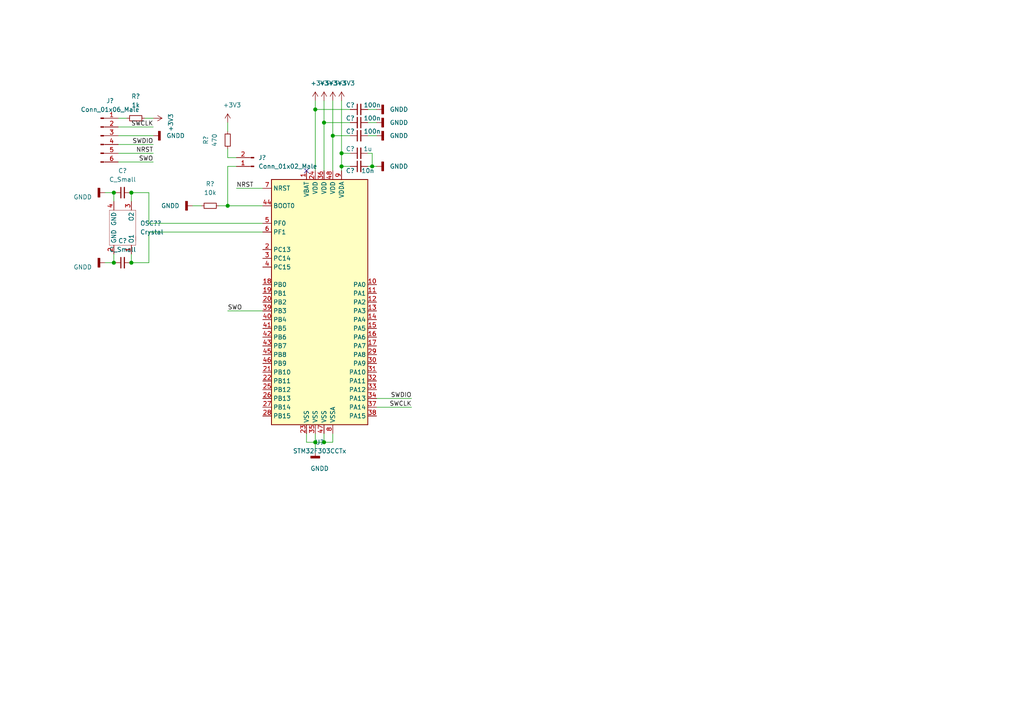
<source format=kicad_sch>
(kicad_sch (version 20210126) (generator eeschema)
  (paper "A4")
  (lib_symbols
    (symbol "Connector:Conn_01x02_Male" (pin_names (offset 1.016) hide)
      (property "Reference" "J" (at 0 2.54 0))
      (property "Value" "Conn_01x02_Male" (at 0 -5.08 0))
      (symbol "Conn_01x02_Male_1_1"
        (rectangle (start 0.8636 -2.413) (end 0 -2.667) (stroke (width 0.1524)) (fill (type outline)))
        (rectangle (start 0.8636 0.127) (end 0 -0.127) (stroke (width 0.1524)) (fill (type outline)))
        (polyline (pts (xy 1.27 -2.54) (xy 0.8636 -2.54)) (stroke (width 0.1524)))
        (polyline (pts (xy 1.27 0) (xy 0.8636 0)) (stroke (width 0.1524)))
        (pin passive line (at 5.08 0 180) (length 3.81) (name "Pin_1") (number "1"))
        (pin passive line (at 5.08 -2.54 180) (length 3.81) (name "Pin_2") (number "2"))
      )
    )
    (symbol "Connector:Conn_01x06_Male" (pin_names (offset 1.016) hide)
      (property "Reference" "J" (at 0 7.62 0))
      (property "Value" "Conn_01x06_Male" (at 0 -10.16 0))
      (symbol "Conn_01x06_Male_1_1"
        (rectangle (start 0.8636 -7.493) (end 0 -7.747) (stroke (width 0.1524)) (fill (type outline)))
        (rectangle (start 0.8636 -4.953) (end 0 -5.207) (stroke (width 0.1524)) (fill (type outline)))
        (rectangle (start 0.8636 -2.413) (end 0 -2.667) (stroke (width 0.1524)) (fill (type outline)))
        (rectangle (start 0.8636 0.127) (end 0 -0.127) (stroke (width 0.1524)) (fill (type outline)))
        (rectangle (start 0.8636 2.667) (end 0 2.413) (stroke (width 0.1524)) (fill (type outline)))
        (rectangle (start 0.8636 5.207) (end 0 4.953) (stroke (width 0.1524)) (fill (type outline)))
        (polyline (pts (xy 1.27 -7.62) (xy 0.8636 -7.62)) (stroke (width 0.1524)))
        (polyline (pts (xy 1.27 -5.08) (xy 0.8636 -5.08)) (stroke (width 0.1524)))
        (polyline (pts (xy 1.27 -2.54) (xy 0.8636 -2.54)) (stroke (width 0.1524)))
        (polyline (pts (xy 1.27 0) (xy 0.8636 0)) (stroke (width 0.1524)))
        (polyline (pts (xy 1.27 2.54) (xy 0.8636 2.54)) (stroke (width 0.1524)))
        (polyline (pts (xy 1.27 5.08) (xy 0.8636 5.08)) (stroke (width 0.1524)))
        (pin passive line (at 5.08 5.08 180) (length 3.81) (name "Pin_1") (number "1"))
        (pin passive line (at 5.08 2.54 180) (length 3.81) (name "Pin_2") (number "2"))
        (pin passive line (at 5.08 0 180) (length 3.81) (name "Pin_3") (number "3"))
        (pin passive line (at 5.08 -2.54 180) (length 3.81) (name "Pin_4") (number "4"))
        (pin passive line (at 5.08 -5.08 180) (length 3.81) (name "Pin_5") (number "5"))
        (pin passive line (at 5.08 -7.62 180) (length 3.81) (name "Pin_6") (number "6"))
      )
    )
    (symbol "Device:C_Small" (pin_numbers hide) (pin_names (offset 0.254) hide)
      (property "Reference" "C" (at 0.254 1.778 0))
      (property "Value" "C_Small" (at 0.254 -2.032 0))
      (symbol "C_Small_0_1"
        (polyline (pts (xy -1.524 -0.508) (xy 1.524 -0.508)) (stroke (width 0.3302)))
        (polyline (pts (xy -1.524 0.508) (xy 1.524 0.508)) (stroke (width 0.3048)))
      )
      (symbol "C_Small_1_1"
        (pin passive line (at 0 2.54 270) (length 2.032) (name "~") (number "1"))
        (pin passive line (at 0 -2.54 90) (length 2.032) (name "~") (number "2"))
      )
    )
    (symbol "Device:R_Small" (pin_numbers hide) (pin_names (offset 0.254) hide)
      (property "Reference" "R" (at 0.762 0.508 0))
      (property "Value" "R_Small" (at 0.762 -1.016 0))
      (symbol "R_Small_0_1"
        (rectangle (start -0.762 1.778) (end 0.762 -1.778) (stroke (width 0.2032)))
      )
      (symbol "R_Small_1_1"
        (pin passive line (at 0 2.54 270) (length 0.762) (name "~") (number "1"))
        (pin passive line (at 0 -2.54 90) (length 0.762) (name "~") (number "2"))
      )
    )
    (symbol "MCU_ST_STM32F3:STM32F303CCTx"
      (property "Reference" "U" (at -15.24 36.83 0))
      (property "Value" "STM32F303CCTx" (at 7.62 36.83 0))
      (symbol "STM32F303CCTx_0_1"
        (rectangle (start -15.24 -35.56) (end 12.7 35.56) (stroke (width 0.254)) (fill (type background)))
      )
      (symbol "STM32F303CCTx_1_1"
        (pin input line (at -17.78 27.94 0) (length 2.54) (name "BOOT0") (number "44"))
        (pin input line (at -17.78 33.02 0) (length 2.54) (name "NRST") (number "7"))
        (pin bidirectional line (at 15.24 5.08 180) (length 2.54) (name "PA0") (number "10"))
        (pin bidirectional line (at 15.24 2.54 180) (length 2.54) (name "PA1") (number "11"))
        (pin bidirectional line (at 15.24 -20.32 180) (length 2.54) (name "PA10") (number "31"))
        (pin bidirectional line (at 15.24 -22.86 180) (length 2.54) (name "PA11") (number "32"))
        (pin bidirectional line (at 15.24 -25.4 180) (length 2.54) (name "PA12") (number "33"))
        (pin bidirectional line (at 15.24 -27.94 180) (length 2.54) (name "PA13") (number "34"))
        (pin bidirectional line (at 15.24 -30.48 180) (length 2.54) (name "PA14") (number "37"))
        (pin bidirectional line (at 15.24 -33.02 180) (length 2.54) (name "PA15") (number "38"))
        (pin bidirectional line (at 15.24 0 180) (length 2.54) (name "PA2") (number "12"))
        (pin bidirectional line (at 15.24 -2.54 180) (length 2.54) (name "PA3") (number "13"))
        (pin bidirectional line (at 15.24 -5.08 180) (length 2.54) (name "PA4") (number "14"))
        (pin bidirectional line (at 15.24 -7.62 180) (length 2.54) (name "PA5") (number "15"))
        (pin bidirectional line (at 15.24 -10.16 180) (length 2.54) (name "PA6") (number "16"))
        (pin bidirectional line (at 15.24 -12.7 180) (length 2.54) (name "PA7") (number "17"))
        (pin bidirectional line (at 15.24 -15.24 180) (length 2.54) (name "PA8") (number "29"))
        (pin bidirectional line (at 15.24 -17.78 180) (length 2.54) (name "PA9") (number "30"))
        (pin bidirectional line (at -17.78 5.08 0) (length 2.54) (name "PB0") (number "18"))
        (pin bidirectional line (at -17.78 2.54 0) (length 2.54) (name "PB1") (number "19"))
        (pin bidirectional line (at -17.78 -20.32 0) (length 2.54) (name "PB10") (number "21"))
        (pin bidirectional line (at -17.78 -22.86 0) (length 2.54) (name "PB11") (number "22"))
        (pin bidirectional line (at -17.78 -25.4 0) (length 2.54) (name "PB12") (number "25"))
        (pin bidirectional line (at -17.78 -27.94 0) (length 2.54) (name "PB13") (number "26"))
        (pin bidirectional line (at -17.78 -30.48 0) (length 2.54) (name "PB14") (number "27"))
        (pin bidirectional line (at -17.78 -33.02 0) (length 2.54) (name "PB15") (number "28"))
        (pin bidirectional line (at -17.78 0 0) (length 2.54) (name "PB2") (number "20"))
        (pin bidirectional line (at -17.78 -2.54 0) (length 2.54) (name "PB3") (number "39"))
        (pin bidirectional line (at -17.78 -5.08 0) (length 2.54) (name "PB4") (number "40"))
        (pin bidirectional line (at -17.78 -7.62 0) (length 2.54) (name "PB5") (number "41"))
        (pin bidirectional line (at -17.78 -10.16 0) (length 2.54) (name "PB6") (number "42"))
        (pin bidirectional line (at -17.78 -12.7 0) (length 2.54) (name "PB7") (number "43"))
        (pin bidirectional line (at -17.78 -15.24 0) (length 2.54) (name "PB8") (number "45"))
        (pin bidirectional line (at -17.78 -17.78 0) (length 2.54) (name "PB9") (number "46"))
        (pin bidirectional line (at -17.78 15.24 0) (length 2.54) (name "PC13") (number "2"))
        (pin bidirectional line (at -17.78 12.7 0) (length 2.54) (name "PC14") (number "3"))
        (pin bidirectional line (at -17.78 10.16 0) (length 2.54) (name "PC15") (number "4"))
        (pin input line (at -17.78 22.86 0) (length 2.54) (name "PF0") (number "5"))
        (pin input line (at -17.78 20.32 0) (length 2.54) (name "PF1") (number "6"))
        (pin power_in line (at -5.08 38.1 270) (length 2.54) (name "VBAT") (number "1"))
        (pin power_in line (at -2.54 38.1 270) (length 2.54) (name "VDD") (number "24"))
        (pin power_in line (at 0 38.1 270) (length 2.54) (name "VDD") (number "36"))
        (pin power_in line (at 2.54 38.1 270) (length 2.54) (name "VDD") (number "48"))
        (pin power_in line (at 5.08 38.1 270) (length 2.54) (name "VDDA") (number "9"))
        (pin power_in line (at -5.08 -38.1 90) (length 2.54) (name "VSS") (number "23"))
        (pin power_in line (at -2.54 -38.1 90) (length 2.54) (name "VSS") (number "35"))
        (pin power_in line (at 0 -38.1 90) (length 2.54) (name "VSS") (number "47"))
        (pin power_in line (at 2.54 -38.1 90) (length 2.54) (name "VSSA") (number "8"))
      )
    )
    (symbol "nx2016sa:Crystal"
      (property "Reference" "OSC?" (at 0 7.62 0))
      (property "Value" "Crystal" (at 0 5.08 0))
      (symbol "Crystal_0_1"
        (rectangle (start -5.08 3.81) (end -5.08 -3.81) (stroke (width 0.0006)))
        (rectangle (start -3.81 -3.81) (end 3.81 -3.81) (stroke (width 0.0006)))
        (rectangle (start 5.08 -3.81) (end 5.08 3.81) (stroke (width 0.0006)))
        (rectangle (start 3.81 3.81) (end -3.81 3.81) (stroke (width 0.0006)))
        (rectangle (start 3.81 3.81) (end 5.08 3.81) (stroke (width 0.0006)))
        (rectangle (start 5.08 -3.81) (end 3.81 -3.81) (stroke (width 0.0006)))
        (rectangle (start -2.54 -3.81) (end -5.08 -3.81) (stroke (width 0.0006)))
        (rectangle (start -3.81 3.81) (end -5.08 3.81) (stroke (width 0.0006)))
      )
      (symbol "Crystal_1_1"
        (pin passive line (at -7.62 -2.54 0) (length 2.54) (name "O1") (number "1"))
        (pin passive line (at -7.62 2.54 0) (length 2.54) (name "GND") (number "2"))
        (pin passive line (at 7.62 -2.54 180) (length 2.54) (name "O2") (number "3"))
        (pin passive line (at 7.62 2.54 180) (length 2.54) (name "GND") (number "4"))
      )
    )
    (symbol "power:+3.3V" (power) (pin_names (offset 0))
      (property "Value" "+3.3V" (at 0 3.556 0))
      (symbol "+3.3V_0_1"
        (polyline (pts (xy -0.762 1.27) (xy 0 2.54)))
        (polyline (pts (xy 0 0) (xy 0 2.54)))
        (polyline (pts (xy 0 2.54) (xy 0.762 1.27)))
      )
      (symbol "+3.3V_1_1"
        (pin power_in line (at 0 0 90) (length 0) hide (name "+3V3") (number "1"))
      )
    )
    (symbol "power:GNDD" (power) (pin_names (offset 0))
      (property "Value" "GNDD" (at 0 -3.175 0))
      (symbol "GNDD_0_1"
        (rectangle (start -1.27 -1.524) (end 1.27 -2.032) (stroke (width 0.254)) (fill (type outline)))
        (polyline (pts (xy 0 0) (xy 0 -1.524)))
      )
      (symbol "GNDD_1_1"
        (pin power_in line (at 0 0 270) (length 0) hide (name "GNDD") (number "1"))
      )
    )
  )
  (junction (at 33.02 55.88) (diameter 1.016))
  (junction (at 33.02 76.2) (diameter 1.016))
  (junction (at 38.1 55.88) (diameter 1.016))
  (junction (at 38.1 76.2) (diameter 1.016))
  (junction (at 66.04 59.69) (diameter 1.016))
  (junction (at 91.44 31.75) (diameter 1.016))
  (junction (at 91.44 128.27) (diameter 1.016))
  (junction (at 93.98 35.56) (diameter 1.016))
  (junction (at 93.98 128.27) (diameter 1.016))
  (junction (at 96.52 39.37) (diameter 1.016))
  (junction (at 99.06 44.45) (diameter 1.016))
  (junction (at 99.06 48.26) (diameter 1.016))
  (junction (at 107.95 48.26) (diameter 1.016))
  (no_connect (at 88.9 49.53))
  (wire (pts (xy 30.48 55.88) (xy 33.02 55.88)))
  (wire (pts (xy 30.48 76.2) (xy 33.02 76.2)))
  (wire (pts (xy 33.02 55.88) (xy 33.02 58.42)))
  (wire (pts (xy 33.02 73.66) (xy 33.02 76.2)))
  (wire (pts (xy 34.29 34.29) (xy 36.83 34.29)))
  (wire (pts (xy 34.29 36.83) (xy 44.45 36.83)))
  (wire (pts (xy 34.29 39.37) (xy 44.45 39.37)))
  (wire (pts (xy 34.29 41.91) (xy 44.45 41.91)))
  (wire (pts (xy 34.29 44.45) (xy 44.45 44.45)))
  (wire (pts (xy 34.29 46.99) (xy 44.45 46.99)))
  (wire (pts (xy 38.1 55.88) (xy 38.1 58.42)))
  (wire (pts (xy 38.1 55.88) (xy 43.18 55.88)))
  (wire (pts (xy 38.1 73.66) (xy 38.1 76.2)))
  (wire (pts (xy 38.1 76.2) (xy 43.18 76.2)))
  (wire (pts (xy 41.91 34.29) (xy 44.45 34.29)))
  (wire (pts (xy 43.18 64.77) (xy 43.18 55.88)))
  (wire (pts (xy 43.18 64.77) (xy 76.2 64.77)))
  (wire (pts (xy 43.18 67.31) (xy 43.18 76.2)))
  (wire (pts (xy 43.18 67.31) (xy 76.2 67.31)))
  (wire (pts (xy 55.88 59.69) (xy 58.42 59.69)))
  (wire (pts (xy 63.5 59.69) (xy 66.04 59.69)))
  (wire (pts (xy 66.04 35.56) (xy 66.04 38.1)))
  (wire (pts (xy 66.04 43.18) (xy 66.04 45.72)))
  (wire (pts (xy 66.04 45.72) (xy 68.58 45.72)))
  (wire (pts (xy 66.04 48.26) (xy 66.04 59.69)))
  (wire (pts (xy 66.04 59.69) (xy 76.2 59.69)))
  (wire (pts (xy 66.04 90.17) (xy 76.2 90.17)))
  (wire (pts (xy 68.58 48.26) (xy 66.04 48.26)))
  (wire (pts (xy 68.58 54.61) (xy 76.2 54.61)))
  (wire (pts (xy 88.9 125.73) (xy 88.9 128.27)))
  (wire (pts (xy 88.9 128.27) (xy 91.44 128.27)))
  (wire (pts (xy 91.44 29.21) (xy 91.44 31.75)))
  (wire (pts (xy 91.44 31.75) (xy 91.44 49.53)))
  (wire (pts (xy 91.44 125.73) (xy 91.44 128.27)))
  (wire (pts (xy 91.44 128.27) (xy 91.44 130.81)))
  (wire (pts (xy 91.44 128.27) (xy 93.98 128.27)))
  (wire (pts (xy 93.98 29.21) (xy 93.98 35.56)))
  (wire (pts (xy 93.98 35.56) (xy 93.98 49.53)))
  (wire (pts (xy 93.98 125.73) (xy 93.98 128.27)))
  (wire (pts (xy 93.98 128.27) (xy 96.52 128.27)))
  (wire (pts (xy 96.52 29.21) (xy 96.52 39.37)))
  (wire (pts (xy 96.52 39.37) (xy 96.52 49.53)))
  (wire (pts (xy 96.52 125.73) (xy 96.52 128.27)))
  (wire (pts (xy 99.06 29.21) (xy 99.06 44.45)))
  (wire (pts (xy 99.06 44.45) (xy 99.06 48.26)))
  (wire (pts (xy 99.06 48.26) (xy 99.06 49.53)))
  (wire (pts (xy 99.06 48.26) (xy 101.6 48.26)))
  (wire (pts (xy 101.6 31.75) (xy 91.44 31.75)))
  (wire (pts (xy 101.6 35.56) (xy 93.98 35.56)))
  (wire (pts (xy 101.6 39.37) (xy 96.52 39.37)))
  (wire (pts (xy 101.6 44.45) (xy 99.06 44.45)))
  (wire (pts (xy 106.68 31.75) (xy 109.22 31.75)))
  (wire (pts (xy 106.68 35.56) (xy 109.22 35.56)))
  (wire (pts (xy 106.68 39.37) (xy 109.22 39.37)))
  (wire (pts (xy 106.68 44.45) (xy 107.95 44.45)))
  (wire (pts (xy 107.95 44.45) (xy 107.95 48.26)))
  (wire (pts (xy 107.95 48.26) (xy 106.68 48.26)))
  (wire (pts (xy 107.95 48.26) (xy 109.22 48.26)))
  (wire (pts (xy 109.22 115.57) (xy 119.38 115.57)))
  (wire (pts (xy 109.22 118.11) (xy 119.38 118.11)))
  (label "SWCLK" (at 44.45 36.83 180))
  (label "SWDIO" (at 44.45 41.91 180))
  (label "NRST" (at 44.45 44.45 180))
  (label "SWO" (at 44.45 46.99 180))
  (label "SWO" (at 66.04 90.17 0))
  (label "NRST" (at 68.58 54.61 0))
  (label "SWDIO" (at 119.38 115.57 180))
  (label "SWCLK" (at 119.38 118.11 180))
  (symbol (lib_id "power:+3.3V") (at 44.45 34.29 270) (unit 1)
    (property "Reference" "#PWR?" (effects hide))
    (property "Value" "+3.3V" (at 49.53 35.56 0))
  )
  (symbol (lib_id "power:+3.3V") (at 66.04 35.56 0) (unit 1)
    (property "Reference" "#PWR?" (effects hide))
    (property "Value" "+3.3V" (at 67.31 30.48 0))
  )
  (symbol (lib_id "power:+3.3V") (at 91.44 29.21 0) (unit 1)
    (property "Reference" "#PWR?" (effects hide))
    (property "Value" "+3.3V" (at 92.71 24.13 0))
  )
  (symbol (lib_id "power:+3.3V") (at 93.98 29.21 0) (unit 1)
    (property "Reference" "#PWR?" (effects hide))
    (property "Value" "+3.3V" (at 95.25 24.13 0))
  )
  (symbol (lib_id "power:+3.3V") (at 96.52 29.21 0) (unit 1)
    (property "Reference" "#PWR?" (effects hide))
    (property "Value" "+3.3V" (at 97.79 24.13 0))
  )
  (symbol (lib_id "power:+3.3V") (at 99.06 29.21 0) (unit 1)
    (property "Reference" "#PWR?" (effects hide))
    (property "Value" "+3.3V" (at 100.33 24.13 0))
  )
  (symbol (lib_id "power:GNDD") (at 30.48 55.88 270) (unit 1)
    (property "Reference" "#PWR?" (effects hide))
    (property "Value" "GNDD" (at 26.67 57.15 90) (effects (justify right)))
  )
  (symbol (lib_id "power:GNDD") (at 30.48 76.2 270) (unit 1)
    (property "Reference" "#PWR?" (effects hide))
    (property "Value" "GNDD" (at 26.67 77.47 90) (effects (justify right)))
  )
  (symbol (lib_id "power:GNDD") (at 44.45 39.37 90) (unit 1)
    (property "Reference" "#PWR?" (effects hide))
    (property "Value" "GNDD" (at 48.26 39.37 90) (effects (justify right)))
  )
  (symbol (lib_id "power:GNDD") (at 55.88 59.69 270) (unit 1)
    (property "Reference" "#PWR?" (effects hide))
    (property "Value" "GNDD" (at 52.07 59.69 90) (effects (justify right)))
  )
  (symbol (lib_id "power:GNDD") (at 91.44 130.81 0) (unit 1)
    (property "Reference" "#PWR?" (effects hide))
    (property "Value" "GNDD" (at 92.71 135.89 0))
  )
  (symbol (lib_id "power:GNDD") (at 109.22 31.75 90) (unit 1)
    (property "Reference" "#PWR?" (effects hide))
    (property "Value" "GNDD" (at 113.03 31.75 90) (effects (justify right)))
  )
  (symbol (lib_id "power:GNDD") (at 109.22 35.56 90) (unit 1)
    (property "Reference" "#PWR?" (effects hide))
    (property "Value" "GNDD" (at 113.03 35.56 90) (effects (justify right)))
  )
  (symbol (lib_id "power:GNDD") (at 109.22 39.37 90) (unit 1)
    (property "Reference" "#PWR?" (effects hide))
    (property "Value" "GNDD" (at 113.03 39.37 90) (effects (justify right)))
  )
  (symbol (lib_id "power:GNDD") (at 109.22 48.26 90) (unit 1)
    (property "Reference" "#PWR?" (effects hide))
    (property "Value" "GNDD" (at 113.03 48.26 90) (effects (justify right)))
  )
  (symbol (lib_id "Device:R_Small") (at 39.37 34.29 90) (unit 1)
    (property "Reference" "R?" (at 39.37 27.94 90))
    (property "Value" "1k" (at 39.37 30.48 90))
    (property "Footprint" "Resistor_SMD:R_0603_1608Metric_Pad0.98x0.95mm_HandSolder" (effects hide))
  )
  (symbol (lib_id "Device:R_Small") (at 60.96 59.69 90) (unit 1)
    (property "Reference" "R?" (at 60.96 53.34 90))
    (property "Value" "10k" (at 60.96 55.88 90))
    (property "Footprint" "Resistor_SMD:R_0603_1608Metric_Pad0.98x0.95mm_HandSolder" (effects hide))
  )
  (symbol (lib_id "Device:R_Small") (at 66.04 40.64 180) (unit 1)
    (property "Reference" "R?" (at 59.69 40.64 90))
    (property "Value" "470" (at 62.23 40.64 90))
    (property "Footprint" "Resistor_SMD:R_0603_1608Metric_Pad0.98x0.95mm_HandSolder" (effects hide))
  )
  (symbol (lib_id "Device:C_Small") (at 35.56 55.88 90) (unit 1)
    (property "Reference" "C?" (at 35.56 49.53 90))
    (property "Value" "C_Small" (at 35.56 52.07 90))
    (property "Footprint" "Capacitor_SMD:C_0603_1608Metric_Pad1.08x0.95mm_HandSolder" (effects hide))
  )
  (symbol (lib_id "Device:C_Small") (at 35.56 76.2 90) (unit 1)
    (property "Reference" "C?" (at 35.56 69.85 90))
    (property "Value" "C_Small" (at 35.56 72.39 90))
    (property "Footprint" "Capacitor_SMD:C_0603_1608Metric_Pad1.08x0.95mm_HandSolder" (effects hide))
  )
  (symbol (lib_id "Device:C_Small") (at 104.14 31.75 90) (unit 1)
    (property "Reference" "C?" (at 101.6 30.48 90))
    (property "Value" "100n" (at 107.95 30.48 90))
    (property "Footprint" "Capacitor_SMD:C_0603_1608Metric_Pad1.08x0.95mm_HandSolder" (effects hide))
  )
  (symbol (lib_id "Device:C_Small") (at 104.14 35.56 270) (unit 1)
    (property "Reference" "C?" (at 101.6 34.29 90))
    (property "Value" "100n" (at 107.95 34.29 90))
    (property "Footprint" "Capacitor_SMD:C_0603_1608Metric_Pad1.08x0.95mm_HandSolder" (effects hide))
  )
  (symbol (lib_id "Device:C_Small") (at 104.14 39.37 90) (unit 1)
    (property "Reference" "C?" (at 101.6 38.1 90))
    (property "Value" "100n" (at 107.95 38.1 90))
    (property "Footprint" "Capacitor_SMD:C_0603_1608Metric_Pad1.08x0.95mm_HandSolder" (effects hide))
  )
  (symbol (lib_id "Device:C_Small") (at 104.14 44.45 90) (unit 1)
    (property "Reference" "C?" (at 101.6 43.18 90))
    (property "Value" "1u" (at 106.68 43.18 90))
    (property "Footprint" "Capacitor_SMD:C_0603_1608Metric_Pad1.08x0.95mm_HandSolder" (effects hide))
  )
  (symbol (lib_id "Device:C_Small") (at 104.14 48.26 90) (unit 1)
    (property "Reference" "C?" (at 101.6 49.53 90))
    (property "Value" "10n" (at 106.68 49.53 90))
    (property "Footprint" "Capacitor_SMD:C_0603_1608Metric_Pad1.08x0.95mm_HandSolder" (effects hide))
  )
  (symbol (lib_id "Connector:Conn_01x02_Male") (at 73.66 48.26 180) (unit 1)
    (property "Reference" "J?" (at 74.93 45.72 0) (effects (justify right)))
    (property "Value" "Conn_01x02_Male" (at 74.93 48.26 0) (effects (justify right)))
  )
  (symbol (lib_id "Connector:Conn_01x06_Male") (at 29.21 39.37 0) (unit 1)
    (property "Reference" "J?" (at 31.9259 29.2374 0))
    (property "Value" "Conn_01x06_Male" (at 31.9259 31.7774 0))
  )
  (symbol (lib_id "nx2016sa:Crystal") (at 35.56 66.04 90) (unit 1)
    (property "Reference" "OSC??" (at 40.64 64.77 90) (effects (justify right)))
    (property "Value" "Crystal" (at 40.64 67.31 90) (effects (justify right)))
    (property "Footprint" "Crystal:NX2016SA40MSTDCZS3" (effects hide))
    (property "Datasheet" "https://www.ndk.com/images/products/catalog/c_NX2016SA-2_e.pdf" (effects hide))
  )
  (symbol (lib_id "MCU_ST_STM32F3:STM32F303CCTx") (at 93.98 87.63 0) (unit 1)
    (property "Reference" "U?" (at 92.71 128.27 0))
    (property "Value" "STM32F303CCTx" (at 92.71 130.81 0))
    (property "Footprint" "Package_QFP:LQFP-48_7x7mm_P0.5mm" (effects hide))
    (property "Datasheet" "http://www.st.com/st-web-ui/static/active/en/resource/technical/document/datasheet/DM00058181.pdf" (effects hide))
  )
)
</source>
